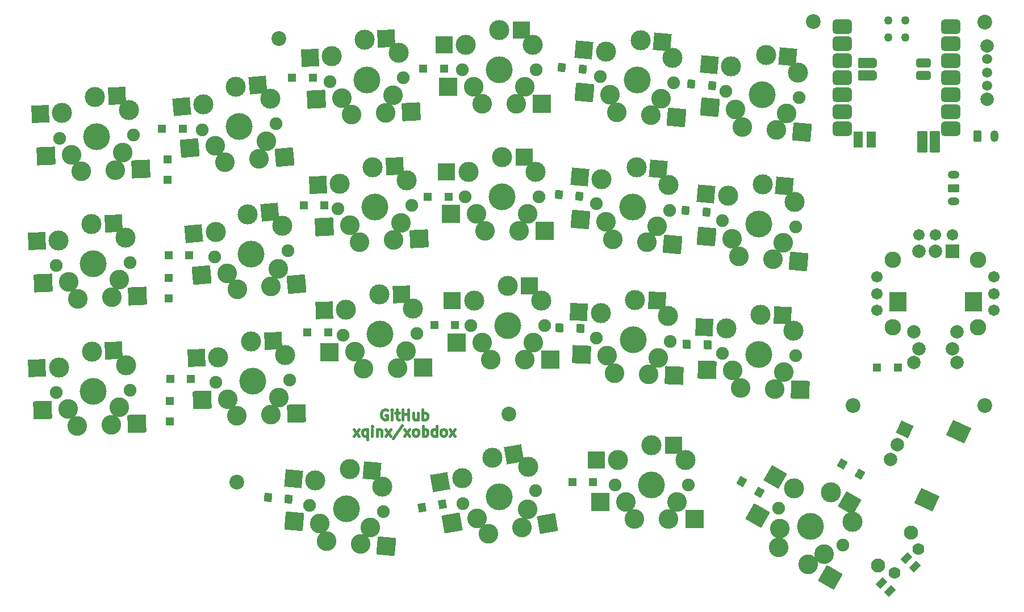
<source format=gbr>
%TF.GenerationSoftware,KiCad,Pcbnew,(6.0.0-0)*%
%TF.CreationDate,2022-11-22T13:30:14-08:00*%
%TF.ProjectId,xobdox_seeed,786f6264-6f78-45f7-9365-6565642e6b69,rev?*%
%TF.SameCoordinates,Original*%
%TF.FileFunction,Soldermask,Top*%
%TF.FilePolarity,Negative*%
%FSLAX46Y46*%
G04 Gerber Fmt 4.6, Leading zero omitted, Abs format (unit mm)*
G04 Created by KiCad (PCBNEW (6.0.0-0)) date 2022-11-22 13:30:14*
%MOMM*%
%LPD*%
G01*
G04 APERTURE LIST*
G04 Aperture macros list*
%AMRoundRect*
0 Rectangle with rounded corners*
0 $1 Rounding radius*
0 $2 $3 $4 $5 $6 $7 $8 $9 X,Y pos of 4 corners*
0 Add a 4 corners polygon primitive as box body*
4,1,4,$2,$3,$4,$5,$6,$7,$8,$9,$2,$3,0*
0 Add four circle primitives for the rounded corners*
1,1,$1+$1,$2,$3*
1,1,$1+$1,$4,$5*
1,1,$1+$1,$6,$7*
1,1,$1+$1,$8,$9*
0 Add four rect primitives between the rounded corners*
20,1,$1+$1,$2,$3,$4,$5,0*
20,1,$1+$1,$4,$5,$6,$7,0*
20,1,$1+$1,$6,$7,$8,$9,0*
20,1,$1+$1,$8,$9,$2,$3,0*%
%AMRotRect*
0 Rectangle, with rotation*
0 The origin of the aperture is its center*
0 $1 length*
0 $2 width*
0 $3 Rotation angle, in degrees counterclockwise*
0 Add horizontal line*
21,1,$1,$2,0,0,$3*%
G04 Aperture macros list end*
%ADD10C,0.381000*%
%ADD11C,3.000000*%
%ADD12C,2.930000*%
%ADD13C,4.000000*%
%ADD14C,1.900000*%
%ADD15RoundRect,0.101600X1.207833X1.315015X-1.338673X1.181559X-1.207833X-1.315015X1.338673X-1.181559X0*%
%ADD16RotRect,2.600000X2.600000X3.000000*%
%ADD17RoundRect,0.101600X1.161204X1.356367X-1.379093X1.134120X-1.161204X-1.356367X1.379093X-1.134120X0*%
%ADD18RotRect,2.600000X2.600000X5.000000*%
%ADD19R,1.300000X1.150000*%
%ADD20RotRect,1.150000X1.300000X358.000000*%
%ADD21C,2.200000*%
%ADD22RotRect,2.600000X2.600000X330.000000*%
%ADD23RoundRect,0.101600X1.729182X0.445032X-0.479182X1.720032X-1.729182X-0.445032X0.479182X-1.720032X0*%
%ADD24RotRect,2.600000X2.600000X355.000000*%
%ADD25RoundRect,0.101600X1.379093X1.134120X-1.161204X1.356367X-1.379093X-1.134120X1.161204X-1.356367X0*%
%ADD26RotRect,1.150000X1.300000X357.500000*%
%ADD27C,1.270000*%
%ADD28RoundRect,0.601600X-0.875000X-0.500000X0.875000X-0.500000X0.875000X0.500000X-0.875000X0.500000X0*%
%ADD29RoundRect,0.101600X-1.143000X-0.635000X1.143000X-0.635000X1.143000X0.635000X-1.143000X0.635000X0*%
%ADD30RoundRect,0.401600X-0.700000X-0.300000X0.700000X-0.300000X0.700000X0.300000X-0.700000X0.300000X0*%
%ADD31RoundRect,0.101600X0.635000X-1.543000X0.635000X1.543000X-0.635000X1.543000X-0.635000X-1.543000X0*%
%ADD32RoundRect,0.101600X-0.600000X-1.100000X0.600000X-1.100000X0.600000X1.100000X-0.600000X1.100000X0*%
%ADD33R,1.150000X1.300000*%
%ADD34RoundRect,0.101600X1.219262X1.304425X-1.328311X1.193196X-1.219262X-1.304425X1.328311X-1.193196X0*%
%ADD35RotRect,2.600000X2.600000X2.500000*%
%ADD36C,1.778000*%
%ADD37C,2.100000*%
%ADD38RotRect,1.150000X1.300000X355.000000*%
%ADD39RoundRect,0.101600X1.275000X1.250000X-1.275000X1.250000X-1.275000X-1.250000X1.275000X-1.250000X0*%
%ADD40R,2.600000X2.600000*%
%ADD41RotRect,2.600000X2.600000X358.000000*%
%ADD42RoundRect,0.101600X1.317848X1.204742X-1.230599X1.293735X-1.317848X-1.204742X1.230599X-1.293735X0*%
%ADD43RotRect,1.150000X1.300000X10.000000*%
%ADD44RotRect,2.600000X2.600000X357.500000*%
%ADD45RoundRect,0.101600X1.328311X1.193196X-1.219262X1.304425X-1.328311X-1.193196X1.219262X-1.304425X0*%
%ADD46RotRect,2.600000X2.600000X10.000000*%
%ADD47RoundRect,0.101600X1.038570X1.452411X-1.472690X1.009608X-1.038570X-1.452411X1.472690X-1.009608X0*%
%ADD48RoundRect,0.101600X1.230599X1.293735X-1.317848X1.204742X-1.230599X-1.293735X1.317848X-1.204742X0*%
%ADD49RotRect,2.600000X2.600000X2.000000*%
%ADD50RoundRect,0.250000X0.625000X-0.350000X0.625000X0.350000X-0.625000X0.350000X-0.625000X-0.350000X0*%
%ADD51O,1.750000X1.200000*%
%ADD52RotRect,1.150000X1.300000X330.000000*%
%ADD53RotRect,2.000000X2.000000X335.000000*%
%ADD54C,2.000000*%
%ADD55RotRect,3.000000X2.500000X335.000000*%
%ADD56RoundRect,0.101600X1.252990X1.272061X-1.296621X1.227558X-1.252990X-1.272061X1.296621X-1.227558X0*%
%ADD57RotRect,2.600000X2.600000X1.000000*%
%ADD58C,1.511200*%
%ADD59C,2.003200*%
%ADD60C,2.453200*%
%ADD61C,1.711200*%
%ADD62RoundRect,0.250000X-0.350000X-0.625000X0.350000X-0.625000X0.350000X0.625000X-0.350000X0.625000X0*%
%ADD63O,1.200000X1.750000*%
%ADD64RotRect,1.550000X1.000000X45.000000*%
%ADD65R,2.000000X2.000000*%
%ADD66R,2.500000X3.000000*%
%ADD67RoundRect,0.401600X0.700000X0.300000X-0.700000X0.300000X-0.700000X-0.300000X0.700000X-0.300000X0*%
%ADD68RoundRect,0.101600X0.600000X1.100000X-0.600000X1.100000X-0.600000X-1.100000X0.600000X-1.100000X0*%
%ADD69RoundRect,0.250000X-0.625000X0.350000X-0.625000X-0.350000X0.625000X-0.350000X0.625000X0.350000X0*%
G04 APERTURE END LIST*
D10*
X123553713Y-113865990D02*
X123408570Y-113793418D01*
X123190856Y-113793418D01*
X122973141Y-113865990D01*
X122827999Y-114011132D01*
X122755427Y-114156275D01*
X122682856Y-114446561D01*
X122682856Y-114664275D01*
X122755427Y-114954561D01*
X122827999Y-115099704D01*
X122973141Y-115244847D01*
X123190856Y-115317418D01*
X123335999Y-115317418D01*
X123553713Y-115244847D01*
X123626284Y-115172275D01*
X123626284Y-114664275D01*
X123335999Y-114664275D01*
X124279427Y-115317418D02*
X124279427Y-114301418D01*
X124279427Y-113793418D02*
X124206856Y-113865990D01*
X124279427Y-113938561D01*
X124351999Y-113865990D01*
X124279427Y-113793418D01*
X124279427Y-113938561D01*
X124787427Y-114301418D02*
X125367999Y-114301418D01*
X125005141Y-113793418D02*
X125005141Y-115099704D01*
X125077713Y-115244847D01*
X125222856Y-115317418D01*
X125367999Y-115317418D01*
X125875999Y-115317418D02*
X125875999Y-113793418D01*
X125875999Y-114519132D02*
X126746856Y-114519132D01*
X126746856Y-115317418D02*
X126746856Y-113793418D01*
X128125713Y-114301418D02*
X128125713Y-115317418D01*
X127472570Y-114301418D02*
X127472570Y-115099704D01*
X127545141Y-115244847D01*
X127690284Y-115317418D01*
X127907999Y-115317418D01*
X128053141Y-115244847D01*
X128125713Y-115172275D01*
X128851427Y-115317418D02*
X128851427Y-113793418D01*
X128851427Y-114373990D02*
X128996570Y-114301418D01*
X129286856Y-114301418D01*
X129431999Y-114373990D01*
X129504570Y-114446561D01*
X129577141Y-114591704D01*
X129577141Y-115027132D01*
X129504570Y-115172275D01*
X129431999Y-115244847D01*
X129286856Y-115317418D01*
X128996570Y-115317418D01*
X128851427Y-115244847D01*
X118582570Y-117771058D02*
X119380856Y-116755058D01*
X118582570Y-116755058D02*
X119380856Y-117771058D01*
X120614570Y-116755058D02*
X120614570Y-118279058D01*
X120614570Y-117698487D02*
X120469427Y-117771058D01*
X120179141Y-117771058D01*
X120033998Y-117698487D01*
X119961427Y-117625915D01*
X119888856Y-117480772D01*
X119888856Y-117045344D01*
X119961427Y-116900201D01*
X120033998Y-116827630D01*
X120179141Y-116755058D01*
X120469427Y-116755058D01*
X120614570Y-116827630D01*
X121340284Y-117771058D02*
X121340284Y-116755058D01*
X121340284Y-116247058D02*
X121267713Y-116319630D01*
X121340284Y-116392201D01*
X121412856Y-116319630D01*
X121340284Y-116247058D01*
X121340284Y-116392201D01*
X122065998Y-116755058D02*
X122065998Y-117771058D01*
X122065998Y-116900201D02*
X122138570Y-116827630D01*
X122283713Y-116755058D01*
X122501427Y-116755058D01*
X122646570Y-116827630D01*
X122719141Y-116972772D01*
X122719141Y-117771058D01*
X123299713Y-117771058D02*
X124097998Y-116755058D01*
X123299713Y-116755058D02*
X124097998Y-117771058D01*
X125767141Y-116174487D02*
X124460856Y-118133915D01*
X126129998Y-117771058D02*
X126928284Y-116755058D01*
X126129998Y-116755058D02*
X126928284Y-117771058D01*
X127726570Y-117771058D02*
X127581427Y-117698487D01*
X127508856Y-117625915D01*
X127436284Y-117480772D01*
X127436284Y-117045344D01*
X127508856Y-116900201D01*
X127581427Y-116827630D01*
X127726570Y-116755058D01*
X127944284Y-116755058D01*
X128089427Y-116827630D01*
X128161998Y-116900201D01*
X128234570Y-117045344D01*
X128234570Y-117480772D01*
X128161998Y-117625915D01*
X128089427Y-117698487D01*
X127944284Y-117771058D01*
X127726570Y-117771058D01*
X128887713Y-117771058D02*
X128887713Y-116247058D01*
X128887713Y-116827630D02*
X129032856Y-116755058D01*
X129323141Y-116755058D01*
X129468284Y-116827630D01*
X129540856Y-116900201D01*
X129613427Y-117045344D01*
X129613427Y-117480772D01*
X129540856Y-117625915D01*
X129468284Y-117698487D01*
X129323141Y-117771058D01*
X129032856Y-117771058D01*
X128887713Y-117698487D01*
X130919713Y-117771058D02*
X130919713Y-116247058D01*
X130919713Y-117698487D02*
X130774570Y-117771058D01*
X130484284Y-117771058D01*
X130339141Y-117698487D01*
X130266570Y-117625915D01*
X130193998Y-117480772D01*
X130193998Y-117045344D01*
X130266570Y-116900201D01*
X130339141Y-116827630D01*
X130484284Y-116755058D01*
X130774570Y-116755058D01*
X130919713Y-116827630D01*
X131863141Y-117771058D02*
X131717998Y-117698487D01*
X131645427Y-117625915D01*
X131572856Y-117480772D01*
X131572856Y-117045344D01*
X131645427Y-116900201D01*
X131717998Y-116827630D01*
X131863141Y-116755058D01*
X132080856Y-116755058D01*
X132225998Y-116827630D01*
X132298570Y-116900201D01*
X132371141Y-117045344D01*
X132371141Y-117480772D01*
X132298570Y-117625915D01*
X132225998Y-117698487D01*
X132080856Y-117771058D01*
X131863141Y-117771058D01*
X132879141Y-117771058D02*
X133677427Y-116755058D01*
X132879141Y-116755058D02*
X133677427Y-117771058D01*
D11*
%TO.C,S9*%
X116511692Y-80106205D03*
X126497988Y-79582845D03*
D12*
X119430448Y-88795357D03*
D11*
X121389701Y-77647540D03*
D13*
X121701100Y-83589386D03*
D14*
X116208638Y-83877234D03*
D12*
X118029255Y-86325305D03*
X124503486Y-88529491D03*
X125638812Y-85926505D03*
D14*
X127193562Y-83301538D03*
D15*
X114219483Y-86524967D03*
D16*
X113241181Y-80277605D03*
D15*
X128313257Y-88329829D03*
D16*
X124660213Y-77476140D03*
%TD*%
D14*
%TO.C,S8*%
X97822029Y-91068743D03*
X108780171Y-90110029D03*
D11*
X107955239Y-86417877D03*
D12*
X106274186Y-95428679D03*
X107317977Y-92787657D03*
D13*
X103301100Y-90589386D03*
D12*
X101213517Y-95871431D03*
X99726974Y-93451784D03*
D11*
X97993292Y-87289435D03*
X102782523Y-84662028D03*
D17*
X95926491Y-93784283D03*
D18*
X94730755Y-87574870D03*
X106045061Y-84376592D03*
D17*
X110074668Y-95096180D03*
%TD*%
D19*
%TO.C,D1*%
X90855800Y-79553400D03*
X90855800Y-76453400D03*
%TD*%
D20*
%TO.C,D18*%
X171322656Y-104143294D03*
X168224544Y-104035106D03*
%TD*%
D21*
%TO.C,H3*%
X101168200Y-124688600D03*
%TD*%
D13*
%TO.C,S22*%
X186701100Y-131289386D03*
D14*
X181937960Y-128539386D03*
D12*
X186360805Y-136958795D03*
X188730657Y-135394091D03*
D14*
X191464240Y-134039386D03*
D12*
X181961395Y-134418795D03*
D11*
X189676100Y-126136535D03*
X184245973Y-125541791D03*
X192906227Y-130541791D03*
D12*
X182131543Y-131584091D03*
D22*
X181409740Y-123904291D03*
D23*
X178827656Y-129676591D03*
X189664691Y-138866295D03*
D22*
X192512333Y-127774035D03*
%TD*%
D11*
%TO.C,S19*%
X122808908Y-125289435D03*
D14*
X122980171Y-129068743D03*
D12*
X121075226Y-131451784D03*
D13*
X117501100Y-128589386D03*
D12*
X113484223Y-130787657D03*
D14*
X112022029Y-128110029D03*
D11*
X112846961Y-124417877D03*
D12*
X114528014Y-133428679D03*
D11*
X118019677Y-122662028D03*
D12*
X119588683Y-133871431D03*
D24*
X109584423Y-124132442D03*
D25*
X109683740Y-130455158D03*
X123389166Y-134203930D03*
D24*
X121282214Y-122947463D03*
%TD*%
D26*
%TO.C,D17*%
X152373725Y-101743810D03*
X149276675Y-101608590D03*
%TD*%
D27*
%TO.C,U1A*%
X198231100Y-58239386D03*
X200771100Y-55699386D03*
X198231100Y-55699386D03*
X200771100Y-58239386D03*
D28*
X191446100Y-56629386D03*
X191446100Y-59169386D03*
X191446100Y-61709386D03*
X191446100Y-64249386D03*
X191446100Y-66789386D03*
X191446100Y-69329386D03*
X191446100Y-71869386D03*
X207611100Y-71869386D03*
X207611100Y-69329386D03*
X207611100Y-66789386D03*
X207611100Y-64249386D03*
X207611100Y-61709386D03*
X207611100Y-59169386D03*
X207611100Y-56629386D03*
D29*
X195056100Y-63954386D03*
D30*
X195456100Y-63954386D03*
D29*
X195056100Y-62049386D03*
D30*
X195456100Y-62049386D03*
D31*
X203311100Y-73879386D03*
D32*
X203311100Y-73479386D03*
D31*
X205216100Y-73879386D03*
D32*
X205216100Y-73479386D03*
%TD*%
D33*
%TO.C,D10*%
X132741000Y-82067400D03*
X129641000Y-82067400D03*
%TD*%
%TO.C,D14*%
X94310800Y-109245400D03*
X91210800Y-109245400D03*
%TD*%
D12*
%TO.C,S1*%
X77935101Y-78275347D03*
X76555517Y-75793161D03*
D14*
X85745862Y-72849482D03*
D13*
X80251097Y-73089389D03*
D14*
X74756332Y-73329296D03*
D11*
X79991562Y-67145052D03*
X85082765Y-69124861D03*
D12*
X83010266Y-78053761D03*
D11*
X75092283Y-69561055D03*
D12*
X84168264Y-75460782D03*
D34*
X72744148Y-75959569D03*
D35*
X71820400Y-69703909D03*
D34*
X86821635Y-77887353D03*
D35*
X83263445Y-67002199D03*
%TD*%
D33*
%TO.C,D8*%
X94056800Y-90779600D03*
X90956800Y-90779600D03*
%TD*%
D36*
%TO.C,S23*%
X199179078Y-138173212D03*
X202714612Y-134637678D03*
D37*
X196704204Y-137112552D03*
X201653952Y-132162804D03*
%TD*%
D33*
%TO.C,D22*%
X154280200Y-124688600D03*
X151180200Y-124688600D03*
%TD*%
%TO.C,D2*%
X93091600Y-71907400D03*
X89991600Y-71907400D03*
%TD*%
D12*
%TO.C,S11*%
X162288683Y-88871431D03*
D11*
X165508908Y-80289435D03*
D12*
X157228014Y-88428679D03*
D14*
X154722029Y-83110029D03*
X165680171Y-84068743D03*
D11*
X160719677Y-77662028D03*
D12*
X163775226Y-86451784D03*
D11*
X155546961Y-79417877D03*
D13*
X160201100Y-83589386D03*
D12*
X156184223Y-85787657D03*
D24*
X152284423Y-79132442D03*
D25*
X152383740Y-85455158D03*
D24*
X163982214Y-77947463D03*
D25*
X166089166Y-89203930D03*
%TD*%
D38*
%TO.C,D5*%
X152674102Y-63050891D03*
X149585898Y-62780709D03*
%TD*%
D19*
%TO.C,D13*%
X91160600Y-115621400D03*
X91160600Y-112521400D03*
%TD*%
D13*
%TO.C,S3*%
X120501100Y-64589386D03*
D14*
X125993562Y-64301538D03*
D12*
X118230448Y-69795357D03*
D11*
X120189701Y-58647540D03*
D12*
X124438812Y-66926505D03*
D14*
X115008638Y-64877234D03*
D12*
X116829255Y-67325305D03*
D11*
X115311692Y-61106205D03*
X125297988Y-60582845D03*
D12*
X123303486Y-69529491D03*
D15*
X113019483Y-67524967D03*
D16*
X112041181Y-61277605D03*
D15*
X127113257Y-69329829D03*
D16*
X123460213Y-58476140D03*
%TD*%
D11*
%TO.C,S10*%
X145701100Y-78339386D03*
X135701100Y-78339386D03*
D12*
X144511100Y-84629386D03*
D11*
X140701100Y-76139386D03*
D14*
X135201100Y-82089386D03*
D12*
X138161100Y-87169386D03*
D13*
X140701100Y-82089386D03*
D12*
X143241100Y-87169386D03*
X136891100Y-84629386D03*
D14*
X146201100Y-82089386D03*
D39*
X133076100Y-84629386D03*
D40*
X132426100Y-78339386D03*
X143976100Y-76139386D03*
D39*
X147056100Y-87169386D03*
%TD*%
D11*
%TO.C,S18*%
X184128927Y-102016168D03*
D14*
X184497750Y-105781333D03*
D11*
X179208752Y-99643011D03*
D12*
X181362263Y-110754936D03*
X176285358Y-110577647D03*
X175104776Y-107994872D03*
D11*
X174135019Y-101667173D03*
D14*
X173504450Y-105397439D03*
D12*
X182720134Y-108260806D03*
D13*
X179001100Y-105589386D03*
D41*
X170862014Y-101552877D03*
D42*
X171292100Y-107861730D03*
D41*
X182481757Y-99757306D03*
D42*
X185174939Y-110888078D03*
%TD*%
D33*
%TO.C,D4*%
X132029800Y-62966600D03*
X128929800Y-62966600D03*
%TD*%
D43*
%TO.C,D21*%
X131777652Y-127924645D03*
X128724748Y-128462955D03*
%TD*%
D33*
%TO.C,D3*%
X112471800Y-64287400D03*
X109371800Y-64287400D03*
%TD*%
D12*
%TO.C,S4*%
X142841100Y-68169386D03*
D14*
X134801100Y-63089386D03*
X145801100Y-63089386D03*
D12*
X136491100Y-65629386D03*
D13*
X140301100Y-63089386D03*
D11*
X140301100Y-57139386D03*
X135301100Y-59339386D03*
D12*
X144111100Y-65629386D03*
X137761100Y-68169386D03*
D11*
X145301100Y-59339386D03*
D39*
X132676100Y-65629386D03*
D40*
X132026100Y-59339386D03*
X143576100Y-57139386D03*
D39*
X146656100Y-68169386D03*
%TD*%
D13*
%TO.C,S17*%
X160251100Y-103389386D03*
D11*
X155419432Y-99424858D03*
D12*
X163946680Y-106093158D03*
D11*
X160510635Y-97445049D03*
D14*
X154756335Y-103149479D03*
D12*
X156333933Y-105760779D03*
D14*
X165745865Y-103629293D03*
D12*
X157491931Y-108353758D03*
X162567096Y-108575344D03*
D11*
X165409914Y-99861052D03*
D44*
X152147549Y-99282005D03*
D45*
X152522564Y-105594371D03*
D44*
X163782518Y-97587903D03*
D45*
X166378465Y-108741752D03*
%TD*%
D14*
%TO.C,S5*%
X166280171Y-65068743D03*
D11*
X156146961Y-60417877D03*
D12*
X157828014Y-69428679D03*
D11*
X161319677Y-58662028D03*
D13*
X160801100Y-64589386D03*
D12*
X164375226Y-67451784D03*
D11*
X166108908Y-61289435D03*
D12*
X162888683Y-69871431D03*
D14*
X155322029Y-64110029D03*
D12*
X156784223Y-66787657D03*
D24*
X152884423Y-60132442D03*
D25*
X152983740Y-66455158D03*
D24*
X164582214Y-58947463D03*
D25*
X166689166Y-70203930D03*
%TD*%
D33*
%TO.C,D16*%
X133680800Y-101193600D03*
X130580800Y-101193600D03*
%TD*%
%TO.C,D15*%
X114757800Y-102285800D03*
X111657800Y-102285800D03*
%TD*%
D12*
%TO.C,S20*%
X136990049Y-130052397D03*
D14*
X134884657Y-127844451D03*
D12*
X143684644Y-131451143D03*
D14*
X145717543Y-125934321D03*
D11*
X134725881Y-124064598D03*
D12*
X138681821Y-132333276D03*
D11*
X144573958Y-122328116D03*
X139267893Y-121029780D03*
D12*
X144494284Y-128729198D03*
D13*
X140301100Y-126889386D03*
D46*
X131500635Y-124633296D03*
D47*
X133233007Y-130714865D03*
X147441686Y-130788675D03*
D46*
X142493139Y-120461082D03*
%TD*%
D21*
%TO.C,H8*%
X141720000Y-114510000D03*
%TD*%
%TO.C,H5*%
X187100000Y-55900000D03*
%TD*%
D38*
%TO.C,D11*%
X152242302Y-81999291D03*
X149154098Y-81729109D03*
%TD*%
D13*
%TO.C,S13*%
X79751100Y-111089386D03*
D14*
X74254450Y-111281333D03*
D11*
X84617181Y-107167173D03*
D12*
X76032066Y-113760806D03*
X82466842Y-116077647D03*
X77389937Y-116254936D03*
X83647424Y-113494872D03*
D11*
X74623273Y-107516168D03*
X79543448Y-105143011D03*
D14*
X85247750Y-110897439D03*
D48*
X72219390Y-113893947D03*
D49*
X71350268Y-107630464D03*
X82816453Y-105028715D03*
D48*
X86279518Y-115944505D03*
%TD*%
D50*
%TO.C,J1*%
X208000000Y-80750000D03*
D51*
X208000000Y-78750000D03*
%TD*%
D21*
%TO.C,H6*%
X212700000Y-56000000D03*
%TD*%
D14*
%TO.C,S16*%
X147001100Y-101289386D03*
D12*
X137691100Y-103829386D03*
D11*
X141501100Y-95339386D03*
D14*
X136001100Y-101289386D03*
D12*
X144041100Y-106369386D03*
X138961100Y-106369386D03*
X145311100Y-103829386D03*
D13*
X141501100Y-101289386D03*
D11*
X136501100Y-97539386D03*
X146501100Y-97539386D03*
D40*
X133226100Y-97539386D03*
D39*
X133876100Y-103829386D03*
X147856100Y-106369386D03*
D40*
X144776100Y-95339386D03*
%TD*%
D33*
%TO.C,D19*%
X199670000Y-107543600D03*
X196570000Y-107543600D03*
%TD*%
D38*
%TO.C,D6*%
X171998204Y-65446582D03*
X168910000Y-65176400D03*
%TD*%
D52*
%TO.C,D24*%
X194052139Y-123457000D03*
X191367461Y-121907000D03*
%TD*%
D53*
%TO.C,ENC1*%
X200685815Y-116770248D03*
D54*
X198572724Y-121301787D03*
X199629269Y-119036017D03*
D55*
X204059915Y-127280978D03*
X208793240Y-117130331D03*
%TD*%
D11*
%TO.C,S15*%
X117436415Y-98927219D03*
D12*
X120050145Y-107712941D03*
D14*
X128000262Y-102493398D03*
X117001938Y-102685374D03*
D12*
X125129371Y-107624283D03*
X126354849Y-105062505D03*
D11*
X122397258Y-96640292D03*
D12*
X118736009Y-105195493D03*
D11*
X127434892Y-98752695D03*
D13*
X122501100Y-102589386D03*
D56*
X114921590Y-105262074D03*
D57*
X114161914Y-98984376D03*
X125671759Y-96583136D03*
D56*
X128943790Y-107557702D03*
%TD*%
D19*
%TO.C,D7*%
X90982800Y-97231800D03*
X90982800Y-94131800D03*
%TD*%
D11*
%TO.C,S14*%
X103293448Y-103643011D03*
D14*
X98004450Y-109781333D03*
D12*
X99782066Y-112260806D03*
D14*
X108997750Y-109397439D03*
D11*
X108367181Y-105667173D03*
X98373273Y-106016168D03*
D13*
X103501100Y-109589386D03*
D12*
X107397424Y-111994872D03*
X101139937Y-114754936D03*
X106216842Y-114577647D03*
D49*
X95100268Y-106130464D03*
D48*
X95969390Y-112393947D03*
X110029518Y-114444505D03*
D49*
X106566453Y-103528715D03*
%TD*%
D58*
%TO.C,SW1*%
X213000000Y-63500000D03*
X213000000Y-65500000D03*
X213000000Y-61500000D03*
D59*
X213000000Y-67500000D03*
X213000000Y-59500000D03*
%TD*%
D38*
%TO.C,D20*%
X108884502Y-127211291D03*
X105796298Y-126941109D03*
%TD*%
D14*
%TO.C,S2*%
X96022029Y-72068743D03*
D12*
X99413517Y-76871431D03*
D11*
X100982523Y-65662028D03*
D12*
X97926974Y-74451784D03*
X105517977Y-73787657D03*
D14*
X106980171Y-71110029D03*
D11*
X106155239Y-67417877D03*
D12*
X104474186Y-76428679D03*
D13*
X101501100Y-71589386D03*
D11*
X96193292Y-68289435D03*
D17*
X94126491Y-74784283D03*
D18*
X92930755Y-68574870D03*
X104245061Y-65376592D03*
D17*
X108274668Y-76096180D03*
%TD*%
D52*
%TO.C,D23*%
X179066139Y-126149400D03*
X176381461Y-124599400D03*
%TD*%
D12*
%TO.C,S12*%
X174984223Y-88287657D03*
X176028014Y-90928679D03*
X182575226Y-88951784D03*
D11*
X184308908Y-82789435D03*
D14*
X173522029Y-85610029D03*
D11*
X174346961Y-81917877D03*
D13*
X179001100Y-86089386D03*
D12*
X181088683Y-91371431D03*
D14*
X184480171Y-86568743D03*
D11*
X179519677Y-80162028D03*
D24*
X171084423Y-81632442D03*
D25*
X171183740Y-87955158D03*
D24*
X182782214Y-80447463D03*
D25*
X184889166Y-91703930D03*
%TD*%
D14*
%TO.C,S7*%
X85245865Y-91849479D03*
X74256335Y-92329293D03*
D11*
X84582768Y-88124858D03*
D12*
X83668267Y-94460779D03*
D11*
X74592286Y-88561052D03*
D12*
X76055520Y-94793158D03*
D11*
X79491565Y-86145049D03*
D13*
X79751100Y-92089386D03*
D12*
X77435104Y-97275344D03*
X82510269Y-97053758D03*
D34*
X72244151Y-94959566D03*
D35*
X71320403Y-88703906D03*
X82763448Y-86002196D03*
D34*
X86321638Y-96887350D03*
%TD*%
D59*
%TO.C,JOY1*%
X202050000Y-102250000D03*
X208550000Y-102250000D03*
X202050000Y-106750000D03*
X208550000Y-106750000D03*
D60*
X198975000Y-91500000D03*
X211625000Y-91500000D03*
X198975000Y-101500000D03*
X211625000Y-101500000D03*
D61*
X207800000Y-87770000D03*
X205300000Y-87770000D03*
X202800000Y-87770000D03*
X214030000Y-99000000D03*
X196570000Y-99000000D03*
X214030000Y-96500000D03*
X196570000Y-96500000D03*
X214030000Y-94000000D03*
X196570000Y-94000000D03*
%TD*%
D62*
%TO.C,BAT1*%
X211580000Y-72980000D03*
D63*
X214120000Y-72980000D03*
%TD*%
D64*
%TO.C,S24*%
X198490485Y-140937996D03*
X202202796Y-137225685D03*
X197288404Y-139735915D03*
X201000715Y-136023604D03*
%TD*%
D21*
%TO.C,H2*%
X107391200Y-58445400D03*
%TD*%
D33*
%TO.C,D9*%
X114224400Y-83312000D03*
X111124400Y-83312000D03*
%TD*%
D65*
%TO.C,ENC2*%
X207822800Y-90220800D03*
D54*
X202822800Y-90220800D03*
X205322800Y-90220800D03*
D66*
X199722800Y-97720800D03*
X210922800Y-97720800D03*
D54*
X207822800Y-104720800D03*
X202822800Y-104720800D03*
%TD*%
D38*
%TO.C,D12*%
X171139902Y-84386891D03*
X168051698Y-84116709D03*
%TD*%
D21*
%TO.C,H4*%
X193000000Y-113200000D03*
%TD*%
%TO.C,H7*%
X212700000Y-113200000D03*
%TD*%
D11*
%TO.C,S6*%
X174846961Y-62617877D03*
D12*
X175484223Y-68987657D03*
D11*
X180019677Y-60862028D03*
D14*
X174022029Y-66310029D03*
D12*
X176528014Y-71628679D03*
D11*
X184808908Y-63489435D03*
D13*
X179501100Y-66789386D03*
D12*
X183075226Y-69651784D03*
D14*
X184980171Y-67268743D03*
D12*
X181588683Y-72071431D03*
D25*
X171683740Y-68655158D03*
D24*
X171584423Y-62332442D03*
D25*
X185389166Y-72403930D03*
D24*
X183282214Y-61147463D03*
%TD*%
D13*
%TO.C,S21*%
X163001100Y-125089386D03*
D12*
X165541100Y-130169386D03*
X159191100Y-127629386D03*
D11*
X158001100Y-121339386D03*
D14*
X157501100Y-125089386D03*
D11*
X168001100Y-121339386D03*
D12*
X166811100Y-127629386D03*
D11*
X163001100Y-119139386D03*
D14*
X168501100Y-125089386D03*
D12*
X160461100Y-130169386D03*
D40*
X154726100Y-121339386D03*
D39*
X155376100Y-127629386D03*
D40*
X166276100Y-119139386D03*
D39*
X169356100Y-130169386D03*
%TD*%
D67*
%TO.C,U1*%
X203546100Y-63954386D03*
X203546100Y-62049386D03*
D68*
X195691100Y-73479386D03*
X193786100Y-73479386D03*
%TD*%
D69*
%TO.C,J2*%
X208000000Y-80750000D03*
D51*
X208000000Y-82750000D03*
%TD*%
M02*

</source>
